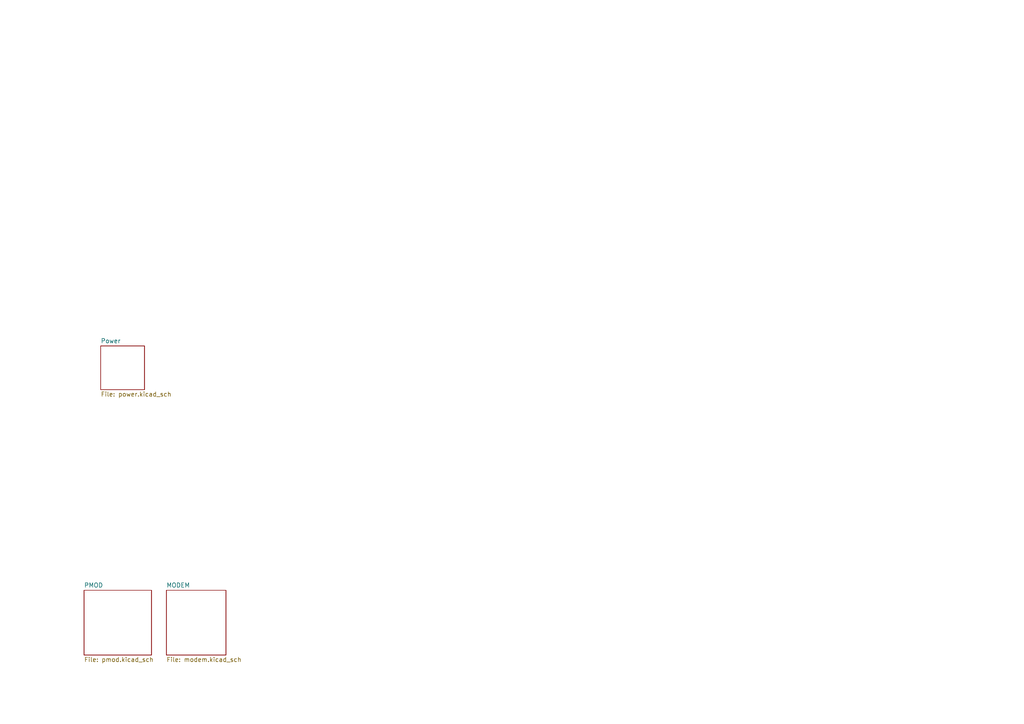
<source format=kicad_sch>
(kicad_sch (version 20230121) (generator eeschema)
  (paper "A4")
  (lib_symbols)
  (sheet (at 24.384 171.196) (size 19.558 18.796) (stroke (width 0.1524))
    (property "Sheetname" "PMOD" (at 24.384 170.4844 0) (effects (justify left bottom)))
    (property "Sheetfile" "pmod.kicad_sch" (at 24.384 190.5766 0) (effects (justify left top)))
  )
  (sheet (at 48.26 171.196) (size 17.272 18.796) (stroke (width 0.1524))
    (property "Sheetname" "MODEM" (at 48.26 170.4844 0) (effects (justify left bottom)))
    (property "Sheetfile" "modem.kicad_sch" (at 48.26 190.5766 0) (effects (justify left top)))
  )
  (sheet (at 29.21 100.33) (size 12.7 12.7) (stroke (width 0.1524))
    (property "Sheetname" "Power" (at 29.21 99.6184 0) (effects (justify left bottom)))
    (property "Sheetfile" "power.kicad_sch" (at 29.21 113.6146 0) (effects (justify left top)))
  )
)
</source>
